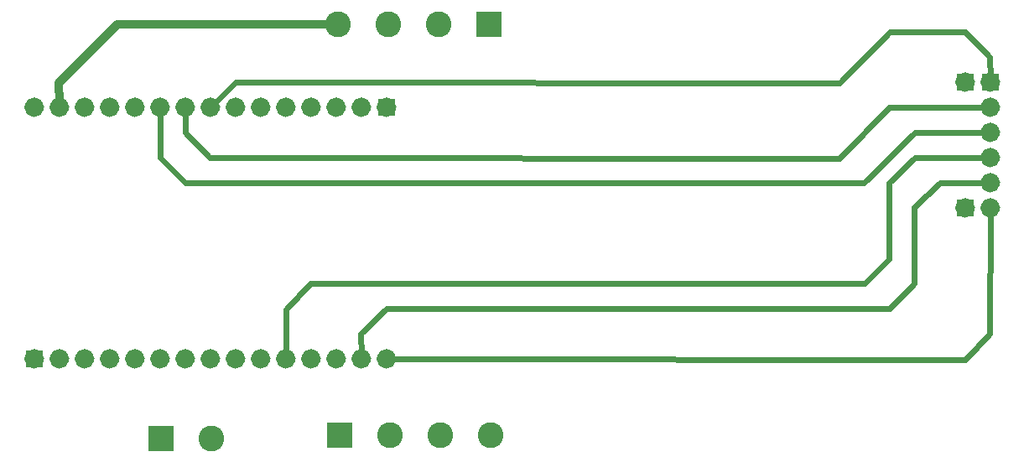
<source format=gtl>
%TF.GenerationSoftware,KiCad,Pcbnew,9.0.1*%
%TF.CreationDate,2025-05-21T21:12:10-06:00*%
%TF.ProjectId,test_Final,74657374-5f46-4696-9e61-6c2e6b696361,rev?*%
%TF.SameCoordinates,Original*%
%TF.FileFunction,Copper,L1,Top*%
%TF.FilePolarity,Positive*%
%FSLAX46Y46*%
G04 Gerber Fmt 4.6, Leading zero omitted, Abs format (unit mm)*
G04 Created by KiCad (PCBNEW 9.0.1) date 2025-05-21 21:12:10*
%MOMM*%
%LPD*%
G01*
G04 APERTURE LIST*
%TA.AperFunction,NonConductor*%
%ADD10C,0.990600*%
%TD*%
%TA.AperFunction,ComponentPad*%
%ADD11R,1.700000X1.700000*%
%TD*%
%TA.AperFunction,ComponentPad*%
%ADD12C,1.700000*%
%TD*%
%TA.AperFunction,ComponentPad*%
%ADD13R,2.600000X2.600000*%
%TD*%
%TA.AperFunction,ComponentPad*%
%ADD14C,2.600000*%
%TD*%
%TA.AperFunction,ViaPad*%
%ADD15C,0.965210*%
%TD*%
%TA.AperFunction,Conductor*%
%ADD16C,0.609600*%
%TD*%
%TA.AperFunction,Conductor*%
%ADD17C,0.812800*%
%TD*%
G04 APERTURE END LIST*
D10*
X55407200Y-51393900D02*
G75*
G02*
X54416600Y-51393900I-495300J0D01*
G01*
X54416600Y-51393900D02*
G75*
G02*
X55407200Y-51393900I495300J0D01*
G01*
X52867200Y-76793900D02*
G75*
G02*
X51876600Y-76793900I-495300J0D01*
G01*
X51876600Y-76793900D02*
G75*
G02*
X52867200Y-76793900I495300J0D01*
G01*
X70647200Y-51393900D02*
G75*
G02*
X69656600Y-51393900I-495300J0D01*
G01*
X69656600Y-51393900D02*
G75*
G02*
X70647200Y-51393900I495300J0D01*
G01*
X131607200Y-48853900D02*
G75*
G02*
X130616600Y-48853900I-495300J0D01*
G01*
X130616600Y-48853900D02*
G75*
G02*
X131607200Y-48853900I495300J0D01*
G01*
X68107200Y-51393900D02*
G75*
G02*
X67116600Y-51393900I-495300J0D01*
G01*
X67116600Y-51393900D02*
G75*
G02*
X68107200Y-51393900I495300J0D01*
G01*
X63027200Y-76793900D02*
G75*
G02*
X62036600Y-76793900I-495300J0D01*
G01*
X62036600Y-76793900D02*
G75*
G02*
X63027200Y-76793900I495300J0D01*
G01*
X134147200Y-53933900D02*
G75*
G02*
X133156600Y-53933900I-495300J0D01*
G01*
X133156600Y-53933900D02*
G75*
G02*
X134147200Y-53933900I495300J0D01*
G01*
X40167200Y-51393900D02*
G75*
G02*
X39176600Y-51393900I-495300J0D01*
G01*
X39176600Y-51393900D02*
G75*
G02*
X40167200Y-51393900I495300J0D01*
G01*
X134147200Y-56473900D02*
G75*
G02*
X133156600Y-56473900I-495300J0D01*
G01*
X133156600Y-56473900D02*
G75*
G02*
X134147200Y-56473900I495300J0D01*
G01*
X57947200Y-51393900D02*
G75*
G02*
X56956600Y-51393900I-495300J0D01*
G01*
X56956600Y-51393900D02*
G75*
G02*
X57947200Y-51393900I495300J0D01*
G01*
X73187200Y-76793900D02*
G75*
G02*
X72196600Y-76793900I-495300J0D01*
G01*
X72196600Y-76793900D02*
G75*
G02*
X73187200Y-76793900I495300J0D01*
G01*
X37627200Y-76793900D02*
G75*
G02*
X36636600Y-76793900I-495300J0D01*
G01*
X36636600Y-76793900D02*
G75*
G02*
X37627200Y-76793900I495300J0D01*
G01*
X68107200Y-76793900D02*
G75*
G02*
X67116600Y-76793900I-495300J0D01*
G01*
X67116600Y-76793900D02*
G75*
G02*
X68107200Y-76793900I495300J0D01*
G01*
X134147200Y-61553900D02*
G75*
G02*
X133156600Y-61553900I-495300J0D01*
G01*
X133156600Y-61553900D02*
G75*
G02*
X134147200Y-61553900I495300J0D01*
G01*
X45247200Y-51393900D02*
G75*
G02*
X44256600Y-51393900I-495300J0D01*
G01*
X44256600Y-51393900D02*
G75*
G02*
X45247200Y-51393900I495300J0D01*
G01*
X60487200Y-76793900D02*
G75*
G02*
X59496600Y-76793900I-495300J0D01*
G01*
X59496600Y-76793900D02*
G75*
G02*
X60487200Y-76793900I495300J0D01*
G01*
X50327200Y-51393900D02*
G75*
G02*
X49336600Y-51393900I-495300J0D01*
G01*
X49336600Y-51393900D02*
G75*
G02*
X50327200Y-51393900I495300J0D01*
G01*
X42707200Y-51393900D02*
G75*
G02*
X41716600Y-51393900I-495300J0D01*
G01*
X41716600Y-51393900D02*
G75*
G02*
X42707200Y-51393900I495300J0D01*
G01*
X134147200Y-59013900D02*
G75*
G02*
X133156600Y-59013900I-495300J0D01*
G01*
X133156600Y-59013900D02*
G75*
G02*
X134147200Y-59013900I495300J0D01*
G01*
X70647200Y-76793900D02*
G75*
G02*
X69656600Y-76793900I-495300J0D01*
G01*
X69656600Y-76793900D02*
G75*
G02*
X70647200Y-76793900I495300J0D01*
G01*
X131607200Y-61553900D02*
G75*
G02*
X130616600Y-61553900I-495300J0D01*
G01*
X130616600Y-61553900D02*
G75*
G02*
X131607200Y-61553900I495300J0D01*
G01*
X65567200Y-51393900D02*
G75*
G02*
X64576600Y-51393900I-495300J0D01*
G01*
X64576600Y-51393900D02*
G75*
G02*
X65567200Y-51393900I495300J0D01*
G01*
X63027200Y-51393900D02*
G75*
G02*
X62036600Y-51393900I-495300J0D01*
G01*
X62036600Y-51393900D02*
G75*
G02*
X63027200Y-51393900I495300J0D01*
G01*
X37627200Y-51393900D02*
G75*
G02*
X36636600Y-51393900I-495300J0D01*
G01*
X36636600Y-51393900D02*
G75*
G02*
X37627200Y-51393900I495300J0D01*
G01*
X47787200Y-51393900D02*
G75*
G02*
X46796600Y-51393900I-495300J0D01*
G01*
X46796600Y-51393900D02*
G75*
G02*
X47787200Y-51393900I495300J0D01*
G01*
X73187200Y-51393900D02*
G75*
G02*
X72196600Y-51393900I-495300J0D01*
G01*
X72196600Y-51393900D02*
G75*
G02*
X73187200Y-51393900I495300J0D01*
G01*
X50327200Y-76793900D02*
G75*
G02*
X49336600Y-76793900I-495300J0D01*
G01*
X49336600Y-76793900D02*
G75*
G02*
X50327200Y-76793900I495300J0D01*
G01*
X40167200Y-76793900D02*
G75*
G02*
X39176600Y-76793900I-495300J0D01*
G01*
X39176600Y-76793900D02*
G75*
G02*
X40167200Y-76793900I495300J0D01*
G01*
X45247200Y-76793900D02*
G75*
G02*
X44256600Y-76793900I-495300J0D01*
G01*
X44256600Y-76793900D02*
G75*
G02*
X45247200Y-76793900I495300J0D01*
G01*
X65567200Y-76793900D02*
G75*
G02*
X64576600Y-76793900I-495300J0D01*
G01*
X64576600Y-76793900D02*
G75*
G02*
X65567200Y-76793900I495300J0D01*
G01*
X134147200Y-51393900D02*
G75*
G02*
X133156600Y-51393900I-495300J0D01*
G01*
X133156600Y-51393900D02*
G75*
G02*
X134147200Y-51393900I495300J0D01*
G01*
X60487200Y-51393900D02*
G75*
G02*
X59496600Y-51393900I-495300J0D01*
G01*
X59496600Y-51393900D02*
G75*
G02*
X60487200Y-51393900I495300J0D01*
G01*
X55407200Y-76793900D02*
G75*
G02*
X54416600Y-76793900I-495300J0D01*
G01*
X54416600Y-76793900D02*
G75*
G02*
X55407200Y-76793900I495300J0D01*
G01*
X42707200Y-76793900D02*
G75*
G02*
X41716600Y-76793900I-495300J0D01*
G01*
X41716600Y-76793900D02*
G75*
G02*
X42707200Y-76793900I495300J0D01*
G01*
X52867200Y-51393900D02*
G75*
G02*
X51876600Y-51393900I-495300J0D01*
G01*
X51876600Y-51393900D02*
G75*
G02*
X52867200Y-51393900I495300J0D01*
G01*
X57947200Y-76793900D02*
G75*
G02*
X56956600Y-76793900I-495300J0D01*
G01*
X56956600Y-76793900D02*
G75*
G02*
X57947200Y-76793900I495300J0D01*
G01*
X47787200Y-76793900D02*
G75*
G02*
X46796600Y-76793900I-495300J0D01*
G01*
X46796600Y-76793900D02*
G75*
G02*
X47787200Y-76793900I495300J0D01*
G01*
X134147200Y-48853900D02*
G75*
G02*
X133156600Y-48853900I-495300J0D01*
G01*
X133156600Y-48853900D02*
G75*
G02*
X134147200Y-48853900I495300J0D01*
G01*
D11*
%TO.P,REF\u002A\u002A,1*%
%TO.N,N/C*%
X72691900Y-51393900D03*
D12*
%TO.P,REF\u002A\u002A,2*%
X70151900Y-51393900D03*
%TO.P,REF\u002A\u002A,3*%
X67611900Y-51393900D03*
%TO.P,REF\u002A\u002A,4*%
X65071900Y-51393900D03*
%TO.P,REF\u002A\u002A,5*%
X62531900Y-51393900D03*
%TO.P,REF\u002A\u002A,6*%
X59991900Y-51393900D03*
%TO.P,REF\u002A\u002A,7*%
X57451900Y-51393900D03*
%TO.P,REF\u002A\u002A,8*%
X54911900Y-51393900D03*
%TO.P,REF\u002A\u002A,9*%
X52371900Y-51393900D03*
%TO.P,REF\u002A\u002A,10*%
X49831900Y-51393900D03*
%TO.P,REF\u002A\u002A,11*%
X47291900Y-51393900D03*
%TO.P,REF\u002A\u002A,12*%
X44751900Y-51393900D03*
%TO.P,REF\u002A\u002A,13*%
X42211900Y-51393900D03*
%TO.P,REF\u002A\u002A,14*%
X39671900Y-51393900D03*
%TO.P,REF\u002A\u002A,15*%
X37131900Y-51393900D03*
%TD*%
D11*
%TO.P,REF\u002A\u002A,1*%
%TO.N,N/C*%
X131111900Y-61553900D03*
%TD*%
D13*
%TO.P,REF\u002A\u002A,1*%
%TO.N,N/C*%
X49955000Y-84805000D03*
D14*
%TO.P,REF\u002A\u002A,2*%
X55035000Y-84805000D03*
%TD*%
D13*
%TO.P,REF\u002A\u002A,1*%
%TO.N,N/C*%
X68000000Y-84500000D03*
D14*
%TO.P,REF\u002A\u002A,2*%
X73080000Y-84500000D03*
%TO.P,REF\u002A\u002A,3*%
X78160000Y-84500000D03*
%TO.P,REF\u002A\u002A,4*%
X83240000Y-84500000D03*
%TD*%
D11*
%TO.P,REF\u002A\u002A,1*%
%TO.N,N/C*%
X133651900Y-48853900D03*
D12*
%TO.P,REF\u002A\u002A,2*%
X133651900Y-51393900D03*
%TO.P,REF\u002A\u002A,3*%
X133651900Y-53933900D03*
%TO.P,REF\u002A\u002A,4*%
X133651900Y-56473900D03*
%TO.P,REF\u002A\u002A,5*%
X133651900Y-59013900D03*
%TO.P,REF\u002A\u002A,6*%
X133651900Y-61553900D03*
%TD*%
D11*
%TO.P,REF\u002A\u002A,1*%
%TO.N,N/C*%
X37131900Y-76793900D03*
D12*
%TO.P,REF\u002A\u002A,2*%
X39671900Y-76793900D03*
%TO.P,REF\u002A\u002A,3*%
X42211900Y-76793900D03*
%TO.P,REF\u002A\u002A,4*%
X44751900Y-76793900D03*
%TO.P,REF\u002A\u002A,5*%
X47291900Y-76793900D03*
%TO.P,REF\u002A\u002A,6*%
X49831900Y-76793900D03*
%TO.P,REF\u002A\u002A,7*%
X52371900Y-76793900D03*
%TO.P,REF\u002A\u002A,8*%
X54911900Y-76793900D03*
%TO.P,REF\u002A\u002A,9*%
X57451900Y-76793900D03*
%TO.P,REF\u002A\u002A,10*%
X59991900Y-76793900D03*
%TO.P,REF\u002A\u002A,11*%
X62531900Y-76793900D03*
%TO.P,REF\u002A\u002A,12*%
X65071900Y-76793900D03*
%TO.P,REF\u002A\u002A,13*%
X67611900Y-76793900D03*
%TO.P,REF\u002A\u002A,14*%
X70151900Y-76793900D03*
%TO.P,REF\u002A\u002A,15*%
X72691900Y-76793900D03*
%TD*%
D11*
%TO.P,REF\u002A\u002A,1*%
%TO.N,N/C*%
X131111900Y-48853900D03*
%TD*%
D13*
%TO.P,REF\u002A\u002A,1*%
%TO.N,N/C*%
X83000000Y-43000000D03*
D14*
%TO.P,REF\u002A\u002A,2*%
X77920000Y-43000000D03*
%TO.P,REF\u002A\u002A,3*%
X72840000Y-43000000D03*
%TO.P,REF\u002A\u002A,4*%
X67760000Y-43000000D03*
%TD*%
D15*
%TO.N,*%
X42209360Y-51404060D03*
X54909360Y-51404060D03*
X131109360Y-48864060D03*
X70149360Y-76804060D03*
X49829360Y-51404060D03*
X37129360Y-51404060D03*
X133649360Y-59024060D03*
X49829360Y-76804060D03*
X59989360Y-51404060D03*
X133649360Y-51404060D03*
X57449360Y-76804060D03*
X131109360Y-61564060D03*
X72689360Y-51404060D03*
X52369360Y-51404060D03*
X47289360Y-76804060D03*
X44749360Y-76804060D03*
X67609360Y-51404060D03*
X65069360Y-51404060D03*
X54909360Y-76804060D03*
X62529360Y-76804060D03*
X44749360Y-51404060D03*
X62529360Y-51404060D03*
X70149360Y-51404060D03*
X39669360Y-76804060D03*
X47289360Y-51404060D03*
X67609360Y-76804060D03*
X37129360Y-76804060D03*
X42209360Y-76804060D03*
X59989360Y-76804060D03*
X133649360Y-53944060D03*
X72689360Y-76804060D03*
X39669360Y-51404060D03*
X133649360Y-56484060D03*
X133649360Y-48864060D03*
X133649360Y-61564060D03*
X65069360Y-76804060D03*
X57449360Y-51404060D03*
X52369360Y-76804060D03*
%TD*%
D16*
%TO.N,*%
X62531900Y-76311300D02*
X62531900Y-71764700D01*
X125981100Y-61503100D02*
X125981100Y-69199300D01*
X70126500Y-74253900D02*
X70151900Y-76311300D01*
X133651900Y-48371300D02*
X133626500Y-46313900D01*
X133601100Y-74228500D02*
X131111900Y-76844700D01*
X125981100Y-69199300D02*
X123517300Y-71688500D01*
X49831900Y-51876500D02*
X49831900Y-56473900D01*
D17*
X39671900Y-50911300D02*
X39646500Y-48904700D01*
D16*
X123517300Y-43799300D02*
X118411900Y-48904700D01*
X120926500Y-58988500D02*
X126057300Y-53933900D01*
X133169300Y-59013900D02*
X128597300Y-59013900D01*
X133169300Y-51393900D02*
X123466500Y-51393900D01*
D17*
X42211900Y-46288100D02*
X45500000Y-43000000D01*
D16*
X133651900Y-62036500D02*
X133601100Y-74228500D01*
X126057300Y-53933900D02*
X133169300Y-53933900D01*
D17*
X39646500Y-48904700D02*
X42211900Y-46339300D01*
D16*
X57477300Y-48879300D02*
X55267500Y-51063700D01*
X126031900Y-56499300D02*
X133169300Y-56473900D01*
X120951900Y-69173900D02*
X123441100Y-66684700D01*
X123466500Y-51393900D02*
X118411900Y-56524700D01*
D17*
X42211900Y-46339300D02*
X42211900Y-46288100D01*
D16*
X52397300Y-59039300D02*
X120926500Y-58988500D01*
X54886500Y-56473900D02*
X52371900Y-53959300D01*
X52371900Y-53959300D02*
X52371900Y-51876500D01*
X118411900Y-48904700D02*
X57477300Y-48879300D01*
X131111900Y-43748500D02*
X131111900Y-43799300D01*
X123441100Y-58988500D02*
X126031900Y-56499300D01*
X49831900Y-56473900D02*
X52397300Y-59039300D01*
X72691900Y-71739300D02*
X70126500Y-74253900D01*
X65021100Y-69173900D02*
X120951900Y-69173900D01*
X131111900Y-43748500D02*
X123517300Y-43799300D01*
X128597300Y-59013900D02*
X125981100Y-61503100D01*
X123517300Y-71688500D02*
X72691900Y-71739300D01*
X131111900Y-43799300D02*
X133626500Y-46313900D01*
X123441100Y-66684700D02*
X123441100Y-58988500D01*
X62531900Y-71764700D02*
X65021100Y-69173900D01*
X131111900Y-76844700D02*
X73174500Y-76793900D01*
D17*
X45500000Y-43000000D02*
X67760000Y-43000000D01*
D16*
X118411900Y-56524700D02*
X54886500Y-56473900D01*
%TD*%
M02*

</source>
